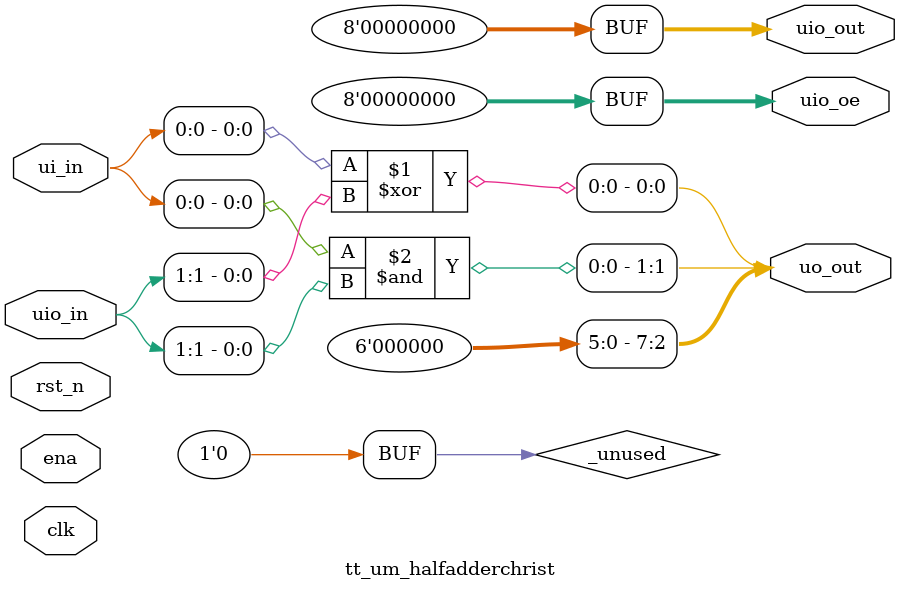
<source format=v>
/*
 * Copyright (c) 2024 Your Name
 * SPDX-License-Identifier: Apache-2.0
 */

`default_nettype none

module tt_um_halfadderchrist (
    input  wire [7:0] ui_in,    // Dedicated inputs
    output wire [7:0] uo_out,   // Dedicated outputs
    input  wire [7:0] uio_in,   // IOs: Input path
    output wire [7:0] uio_out,  // IOs: Output path
    output wire [7:0] uio_oe,   // IOs: Enable path (active high: 0=input, 1=output)
    input  wire       ena,      // always 1 when the design is powered, so you can ignore it
    input  wire       clk,      // clock
    input  wire       rst_n     // reset_n - low to reset
);

  // All output pins must be assigned. If not used, assign to 0.
 // assign uo_out = ui_in + uio_in;  // Example: ou_out is the sum of ui_in and uio_in
    assign uo_out[0] = ui_in[0]^uio_in[1];
    assign uo_out[1] = ui_in[0]&uio_in[1];
  assign uio_out = 0;
  assign uio_oe  = 0;
    assign uo_out[7:2]=6'b0;

  // List all unused inputs to prevent warnings
  wire _unused = &{ena, clk, rst_n, 1'b0};

endmodule

</source>
